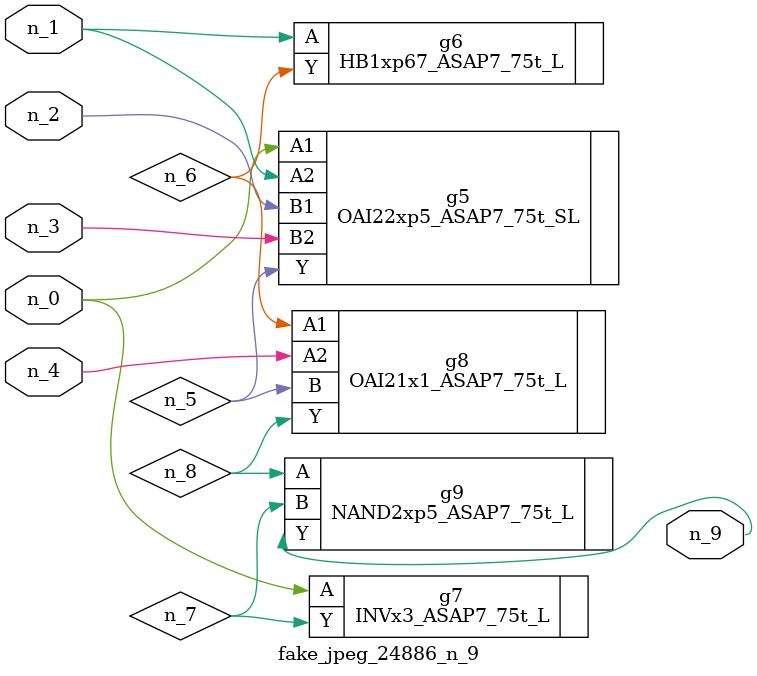
<source format=v>
module fake_jpeg_24886_n_9 (n_3, n_2, n_1, n_0, n_4, n_9);

input n_3;
input n_2;
input n_1;
input n_0;
input n_4;

output n_9;

wire n_8;
wire n_6;
wire n_5;
wire n_7;

OAI22xp5_ASAP7_75t_SL g5 ( 
.A1(n_0),
.A2(n_1),
.B1(n_2),
.B2(n_3),
.Y(n_5)
);

HB1xp67_ASAP7_75t_L g6 ( 
.A(n_1),
.Y(n_6)
);

INVx3_ASAP7_75t_L g7 ( 
.A(n_0),
.Y(n_7)
);

OAI21x1_ASAP7_75t_L g8 ( 
.A1(n_6),
.A2(n_4),
.B(n_5),
.Y(n_8)
);

NAND2xp5_ASAP7_75t_L g9 ( 
.A(n_8),
.B(n_7),
.Y(n_9)
);


endmodule
</source>
